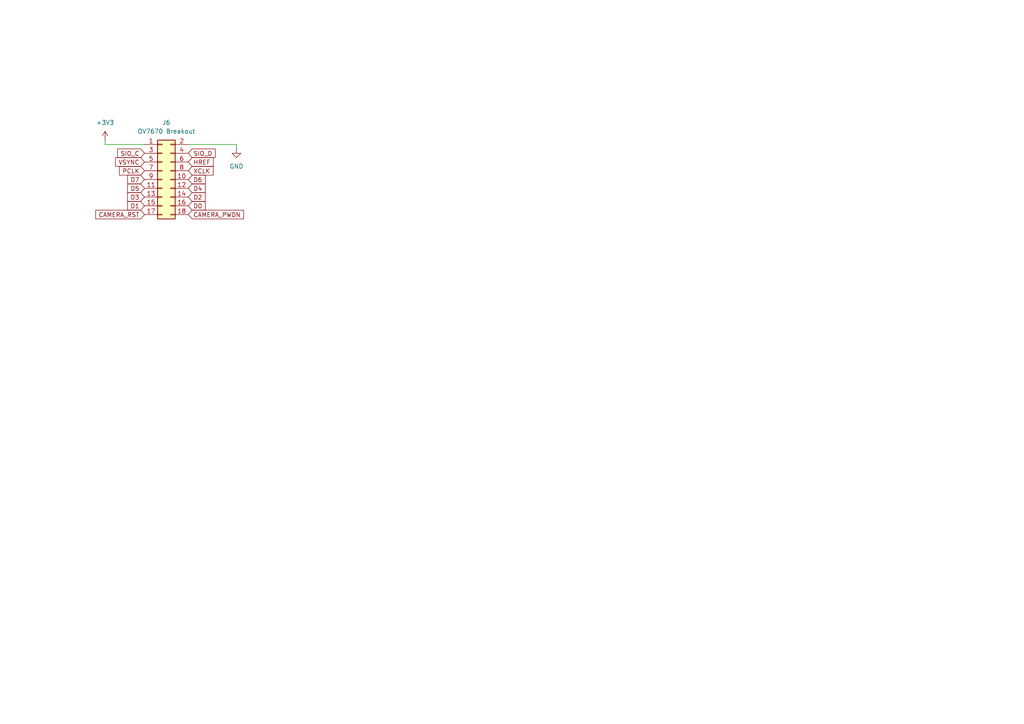
<source format=kicad_sch>
(kicad_sch (version 20231120) (generator "eeschema") (generator_version "8.0")
  (paper "A4")
  (lib_symbols
    (symbol "Connector_Generic:Conn_02x09_Odd_Even" (pin_names (offset 1.016) hide)
      (property "Reference" "J" (at 1.27 12.7 0))
      (property "Value" "Conn_02x09_Odd_Even" (at 1.27 -12.7 0))
      (symbol "Conn_02x09_Odd_Even_1_1"
        (rectangle (start -1.27 -10.033) (end 0 -10.287) (stroke (width 0.1524)))
        (rectangle (start -1.27 -7.493) (end 0 -7.747) (stroke (width 0.1524)))
        (rectangle (start -1.27 -4.953) (end 0 -5.207) (stroke (width 0.1524)))
        (rectangle (start -1.27 -2.413) (end 0 -2.667) (stroke (width 0.1524)))
        (rectangle (start -1.27 0.127) (end 0 -0.127) (stroke (width 0.1524)))
        (rectangle (start -1.27 2.667) (end 0 2.413) (stroke (width 0.1524)))
        (rectangle (start -1.27 5.207) (end 0 4.953) (stroke (width 0.1524)))
        (rectangle (start -1.27 7.747) (end 0 7.493) (stroke (width 0.1524)))
        (rectangle (start -1.27 10.287) (end 0 10.033) (stroke (width 0.1524)))
        (rectangle (start -1.27 11.43) (end 3.81 -11.43) (stroke (width 0.254)) (fill (type background)))
        (rectangle (start 3.81 -10.033) (end 2.54 -10.287) (stroke (width 0.1524)))
        (rectangle (start 3.81 -7.493) (end 2.54 -7.747) (stroke (width 0.1524)))
        (rectangle (start 3.81 -4.953) (end 2.54 -5.207) (stroke (width 0.1524)))
        (rectangle (start 3.81 -2.413) (end 2.54 -2.667) (stroke (width 0.1524)))
        (rectangle (start 3.81 0.127) (end 2.54 -0.127) (stroke (width 0.1524)))
        (rectangle (start 3.81 2.667) (end 2.54 2.413) (stroke (width 0.1524)))
        (rectangle (start 3.81 5.207) (end 2.54 4.953) (stroke (width 0.1524)))
        (rectangle (start 3.81 7.747) (end 2.54 7.493) (stroke (width 0.1524)))
        (rectangle (start 3.81 10.287) (end 2.54 10.033) (stroke (width 0.1524)))
        (pin passive line (at -5.08 10.16 0) (length 3.81) (name "Pin_1") (number "1"))
        (pin passive line (at 7.62 0 180) (length 3.81) (name "Pin_10") (number "10"))
        (pin passive line (at -5.08 -2.54 0) (length 3.81) (name "Pin_11") (number "11"))
        (pin passive line (at 7.62 -2.54 180) (length 3.81) (name "Pin_12") (number "12"))
        (pin passive line (at -5.08 -5.08 0) (length 3.81) (name "Pin_13") (number "13"))
        (pin passive line (at 7.62 -5.08 180) (length 3.81) (name "Pin_14") (number "14"))
        (pin passive line (at -5.08 -7.62 0) (length 3.81) (name "Pin_15") (number "15"))
        (pin passive line (at 7.62 -7.62 180) (length 3.81) (name "Pin_16") (number "16"))
        (pin passive line (at -5.08 -10.16 0) (length 3.81) (name "Pin_17") (number "17"))
        (pin passive line (at 7.62 -10.16 180) (length 3.81) (name "Pin_18") (number "18"))
        (pin passive line (at 7.62 10.16 180) (length 3.81) (name "Pin_2") (number "2"))
        (pin passive line (at -5.08 7.62 0) (length 3.81) (name "Pin_3") (number "3"))
        (pin passive line (at 7.62 7.62 180) (length 3.81) (name "Pin_4") (number "4"))
        (pin passive line (at -5.08 5.08 0) (length 3.81) (name "Pin_5") (number "5"))
        (pin passive line (at 7.62 5.08 180) (length 3.81) (name "Pin_6") (number "6"))
        (pin passive line (at -5.08 2.54 0) (length 3.81) (name "Pin_7") (number "7"))
        (pin passive line (at 7.62 2.54 180) (length 3.81) (name "Pin_8") (number "8"))
        (pin passive line (at -5.08 0 0) (length 3.81) (name "Pin_9") (number "9"))
      )
    )
    (symbol "power:+3V3" (power) (pin_numbers hide) (pin_names (offset 0) hide)
      (property "Value" "+3V3" (at 0 3.556 0))
      (symbol "+3V3_0_1"
        (polyline (pts (xy -0.762 1.27) (xy 0 2.54)))
        (polyline (pts (xy 0 0) (xy 0 2.54)))
        (polyline (pts (xy 0 2.54) (xy 0.762 1.27)))
      )
      (symbol "+3V3_1_1"
        (pin power_in line (at 0 0 90) (length 0) (name "~") (number "1"))
      )
    )
    (symbol "power:GND" (power) (pin_numbers hide) (pin_names (offset 0) hide)
      (property "Value" "GND" (at 0 -3.81 0))
      (symbol "GND_0_1"
        (polyline (pts (xy 0 0) (xy 0 -1.27) (xy 1.27 -1.27) (xy 0 -2.54) (xy -1.27 -1.27) (xy 0 -1.27)))
      )
      (symbol "GND_1_1"
        (pin power_in line (at 0 0 270) (length 0) (name "~") (number "1"))
      )
    )
  )
  (wire (pts (xy 30.48 41.91) (xy 41.91 41.91)))
  (wire (pts (xy 54.61 41.91) (xy 68.58 41.91)))
  (wire (pts (xy 68.58 41.91) (xy 68.58 43.18)))
  (wire (pts (xy 30.48 40.64) (xy 30.48 41.91)))
  (global_label "D5" (shape input) (at 41.91 54.61 180) (property "Intersheetrefs" "${INTERSHEET_REFS}" (effects (hide yes))))
  (global_label "XCLK" (shape input) (at 54.61 49.53 0) (property "Intersheetrefs" "${INTERSHEET_REFS}" (effects (hide yes))))
  (global_label "D2" (shape input) (at 54.61 57.15 0) (property "Intersheetrefs" "${INTERSHEET_REFS}" (effects (hide yes))))
  (global_label "VSYNC" (shape input) (at 41.91 46.99 180) (property "Intersheetrefs" "${INTERSHEET_REFS}" (effects (hide yes))))
  (global_label "CAMERA_PWDN" (shape input) (at 54.61 62.23 0) (property "Intersheetrefs" "${INTERSHEET_REFS}" (effects (hide yes))))
  (global_label "D1" (shape input) (at 41.91 59.69 180) (property "Intersheetrefs" "${INTERSHEET_REFS}" (effects (hide yes))))
  (global_label "HREF" (shape input) (at 54.61 46.99 0) (property "Intersheetrefs" "${INTERSHEET_REFS}" (effects (hide yes))))
  (global_label "D0" (shape input) (at 54.61 59.69 0) (property "Intersheetrefs" "${INTERSHEET_REFS}" (effects (hide yes))))
  (global_label "CAMERA_RST" (shape input) (at 41.91 62.23 180) (property "Intersheetrefs" "${INTERSHEET_REFS}" (effects (hide yes))))
  (global_label "PCLK" (shape input) (at 41.91 49.53 180) (property "Intersheetrefs" "${INTERSHEET_REFS}" (effects (hide yes))))
  (global_label "SIO_C" (shape input) (at 41.91 44.45 180) (property "Intersheetrefs" "${INTERSHEET_REFS}" (effects (hide yes))))
  (global_label "D4" (shape input) (at 54.61 54.61 0) (property "Intersheetrefs" "${INTERSHEET_REFS}" (effects (hide yes))))
  (global_label "SIO_D" (shape input) (at 54.61 44.45 0) (property "Intersheetrefs" "${INTERSHEET_REFS}" (effects (hide yes))))
  (global_label "D6" (shape input) (at 54.61 52.07 0) (property "Intersheetrefs" "${INTERSHEET_REFS}" (effects (hide yes))))
  (global_label "D3" (shape input) (at 41.91 57.15 180) (property "Intersheetrefs" "${INTERSHEET_REFS}" (effects (hide yes))))
  (global_label "D7" (shape input) (at 41.91 52.07 180) (property "Intersheetrefs" "${INTERSHEET_REFS}" (effects (hide yes))))
  (symbol (lib_id "power:GND") (at 68.58 43.18 0) (unit 1)
    (property "Reference" "#PWR049" (effects (hide yes)))
    (property "Value" "GND" (at 68.58 48.26 0))
    (property "Description" "Power symbol creates a global label with name \"GND\" , ground" (effects (hide yes)))
  )
  (symbol (lib_id "Connector_Generic:Conn_02x09_Odd_Even") (at 46.99 52.07 0) (unit 1)
    (property "Reference" "J6" (at 48.26 35.56 0))
    (property "Value" "OV7670 Breakout" (at 48.26 38.1 0))
    (property "Footprint" "Connector_PinHeader_2.54mm:PinHeader_2x09_P2.54mm_Vertical" (effects (hide yes)))
    (property "Datasheet" "https://www.waveshare.com/w/upload/7/71/OV7670-Camera-B-Schematic.pdf" (effects (hide yes)))
    (property "Description" "Generic connector, double row, 02x09, odd/even pin numbering scheme (row 1 odd numbers, row 2 even numbers), script generated (kicad-library-utils/schlib/autogen/connector/)" (effects (hide yes)))
  )
  (symbol (lib_id "power:+3V3") (at 30.48 40.64 0) (unit 1)
    (property "Reference" "#PWR050" (effects (hide yes)))
    (property "Value" "+3V3" (at 30.48 35.56 0))
    (property "Description" "Power symbol creates a global label with name \"+3V3\"" (effects (hide yes)))
  )
)
</source>
